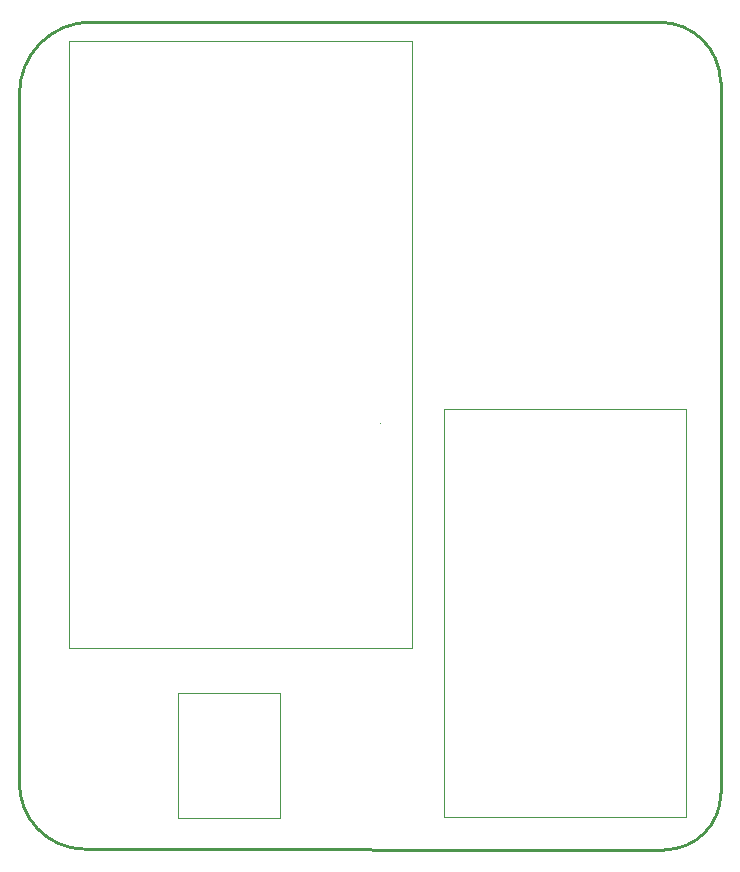
<source format=gbr>
%FSTAX23Y23*%
%MOIN*%
%SFA1B1*%

%IPPOS*%
%ADD36C,0.010000*%
%ADD37C,0.001968*%
%ADD38C,0.000100*%
G54D36*
X01001Y01336D02*
D01*
D01*
G75*
G03X01215Y01111I00219J-00005D01*
G74*G01*
X03151Y0111D02*
D01*
D01*
G75*
G03X03339Y01298I-0J00188D01*
G74*G01*
X03338Y0367D02*
D01*
D01*
G75*
G03X03136Y03868I-00202J-00004D01*
G74*G01*
X0124Y03869D02*
D01*
D01*
G75*
G03X01Y03629I0J-00239D01*
G74*G01*
X0124Y03869D02*
X03136Y03868D01*
X03338Y0367D02*
X03339Y01298D01*
X01Y03629D02*
X01001Y01336D01*
X01215Y01111D02*
X03151Y0111D01*
G54D37*
X01167Y03807D02*
X0231D01*
Y01782D02*
Y03807D01*
X01167Y01782D02*
X0231D01*
X01167D02*
Y03807D01*
X03223Y0122D02*
Y02579D01*
X02416D02*
X03223D01*
X02416Y0122D02*
Y02579D01*
Y0122D02*
X03223D01*
X01528Y01215D02*
Y01634D01*
X01871*
Y01215D02*
Y01634D01*
X01528Y01215D02*
X01871D01*
G54D38*
X02204Y02533D02*
X02204Y02533D01*
M02*
</source>
